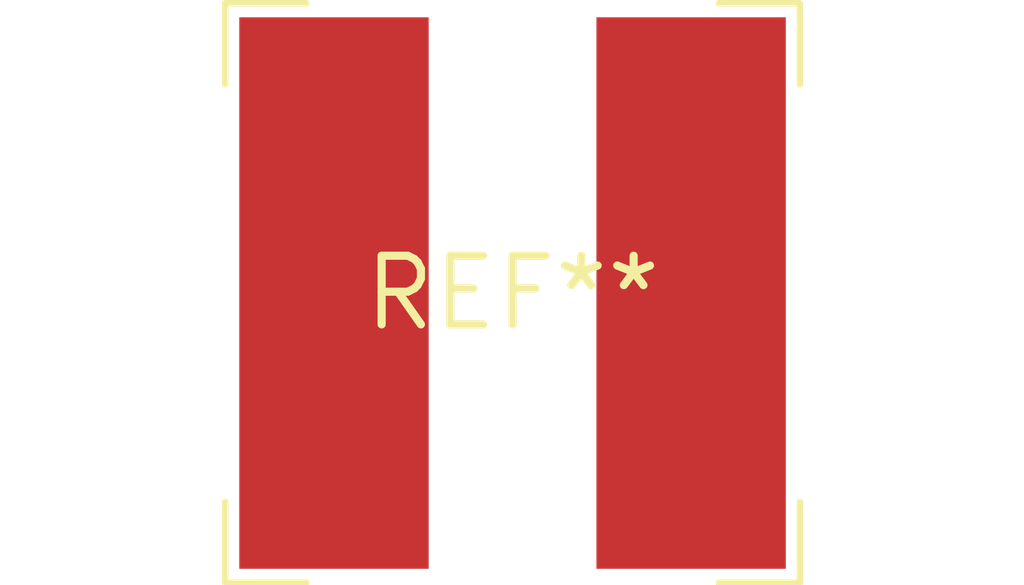
<source format=kicad_pcb>
(kicad_pcb (version 20240108) (generator pcbnew)
  (layers (0 "F.Cu" signal) (31 "B.Cu" signal) (34 "B.Paste" user) (35 "F.Paste" user) (36 "B.SilkS" user "B.Silkscreen") (37 "F.SilkS" user "F.Silkscreen") (38 "B.Mask" user) (39 "F.Mask" user) (44 "Edge.Cuts" user))
  (net 0 "")
  (footprint "L_Bourns-SRN1060" (layer "F.Cu") (at 0 0)
    (property "Reference" "REF**")
    (property "Value" "L_Bourns-SRN1060")
    (fp_line (start -5.31 -5.36) (end -5.31 -3.86) (layer "F.SilkS") (stroke (width 0.12)))
    (fp_line (start -5.31 -5.36) (end -3.81 -5.36) (layer "F.SilkS") (stroke (width 0.12)))
    (fp_line (start -5.31 5.36) (end -5.31 3.86) (layer "F.SilkS") (stroke (width 0.12)))
    (fp_line (start -5.31 5.36) (end -3.81 5.36) (layer "F.SilkS") (stroke (width 0.12)))
    (fp_line (start 5.31 -5.36) (end 3.81 -5.36) (layer "F.SilkS") (stroke (width 0.12)))
    (fp_line (start 5.31 -5.36) (end 5.31 -3.86) (layer "F.SilkS") (stroke (width 0.12)))
    (fp_line (start 5.31 5.36) (end 3.81 5.36) (layer "F.SilkS") (stroke (width 0.12)))
    (fp_line (start 5.31 5.36) (end 5.31 3.86) (layer "F.SilkS") (stroke (width 0.12)))
    (pad "1" smd rect (at -3.3 0) (size 3.5 10.2) (layers "F.Cu" "F.Paste" "F.Mask"))
    (pad "2" smd rect (at 3.3 0) (size 3.5 10.2) (layers "F.Cu" "F.Paste" "F.Mask"))
  )
)
</source>
